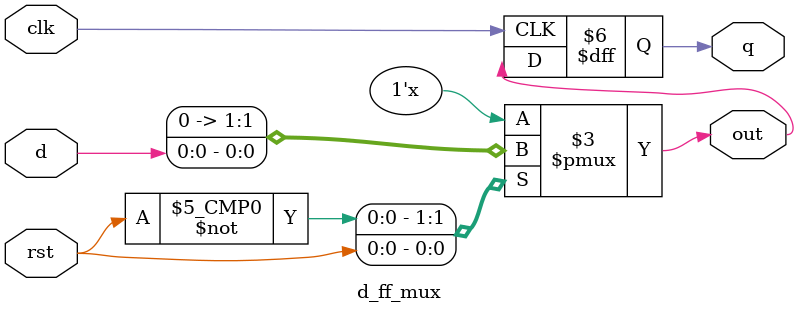
<source format=v>

module d_ff_mux( input d,input clk,input rst,output reg out,output reg q); 
   always @(*)
   begin
    case(rst)
      1'b0:out=0;
      1'b1:out=d;
    endcase
  end
    always @ (posedge clk)
     begin
       q<=out;
     end
  endmodule
  

</source>
